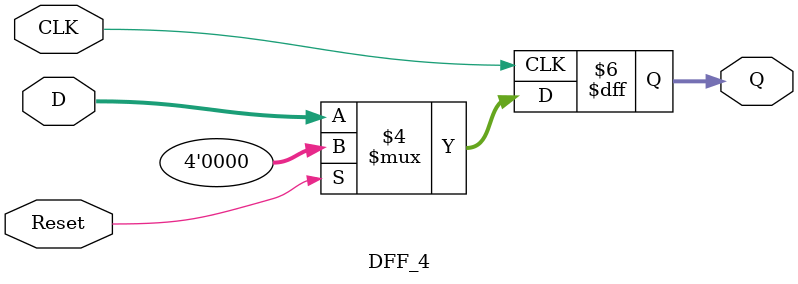
<source format=v>
module DFF_4(D,CLK,Reset,Q);

input wire CLK, Reset;
input wire [3:0] D;

output reg [3:0] Q;

always@ (posedge CLK) 
begin

	if(Reset == 1) begin
		Q<=4'b0000;
	end
	
	else begin
		Q<=D;
	end
	
end

endmodule 
</source>
